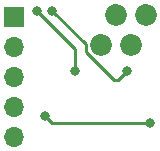
<source format=gbr>
%TF.GenerationSoftware,KiCad,Pcbnew,5.1.8-db9833491~88~ubuntu20.10.1*%
%TF.CreationDate,2020-12-02T23:45:44-06:00*%
%TF.ProjectId,skedd_swd_adapter,736b6564-645f-4737-9764-5f6164617074,rev?*%
%TF.SameCoordinates,Original*%
%TF.FileFunction,Copper,L2,Bot*%
%TF.FilePolarity,Positive*%
%FSLAX46Y46*%
G04 Gerber Fmt 4.6, Leading zero omitted, Abs format (unit mm)*
G04 Created by KiCad (PCBNEW 5.1.8-db9833491~88~ubuntu20.10.1) date 2020-12-02 23:45:44*
%MOMM*%
%LPD*%
G01*
G04 APERTURE LIST*
%TA.AperFunction,ComponentPad*%
%ADD10O,1.700000X1.700000*%
%TD*%
%TA.AperFunction,ComponentPad*%
%ADD11R,1.700000X1.700000*%
%TD*%
%TA.AperFunction,ComponentPad*%
%ADD12C,1.850000*%
%TD*%
%TA.AperFunction,ViaPad*%
%ADD13C,0.800000*%
%TD*%
%TA.AperFunction,Conductor*%
%ADD14C,0.250000*%
%TD*%
G04 APERTURE END LIST*
D10*
%TO.P,J2,5*%
%TO.N,GND*%
X25955001Y-30400001D03*
%TO.P,J2,4*%
%TO.N,/RST*%
X25955001Y-27860001D03*
%TO.P,J2,3*%
%TO.N,/SWCLK*%
X25955001Y-25320001D03*
%TO.P,J2,2*%
%TO.N,/SWDIO*%
X25955001Y-22780001D03*
D11*
%TO.P,J2,1*%
%TO.N,+3V3*%
X25955001Y-20240001D03*
%TD*%
D12*
%TO.P,J3,4*%
%TO.N,GND*%
X37110001Y-20020001D03*
%TO.P,J3,3*%
%TO.N,/SWCLK*%
X35840001Y-22560001D03*
%TO.P,J3,2*%
%TO.N,/SWDIO*%
X34570001Y-20020001D03*
%TO.P,J3,1*%
%TO.N,+3V3*%
X33300001Y-22560001D03*
%TD*%
D13*
%TO.N,/SWDIO*%
X35560000Y-24765000D03*
X29210000Y-19685000D03*
%TO.N,+3V3*%
X27940000Y-19685000D03*
X31155001Y-24805001D03*
%TO.N,/RST*%
X28575000Y-28575000D03*
X37465000Y-29210000D03*
%TD*%
D14*
%TO.N,/SWDIO*%
X32050000Y-22525000D02*
X29210000Y-19685000D01*
X32050000Y-23160002D02*
X32050000Y-22525000D01*
X34420000Y-25530002D02*
X32050000Y-23160002D01*
X34794998Y-25530002D02*
X34420000Y-25530002D01*
X35560000Y-24765000D02*
X34794998Y-25530002D01*
%TO.N,+3V3*%
X31155001Y-22900001D02*
X31155001Y-24805001D01*
X27940000Y-19685000D02*
X31155001Y-22900001D01*
%TO.N,/RST*%
X29210000Y-29210000D02*
X37465000Y-29210000D01*
X28575000Y-28575000D02*
X29210000Y-29210000D01*
%TD*%
M02*

</source>
